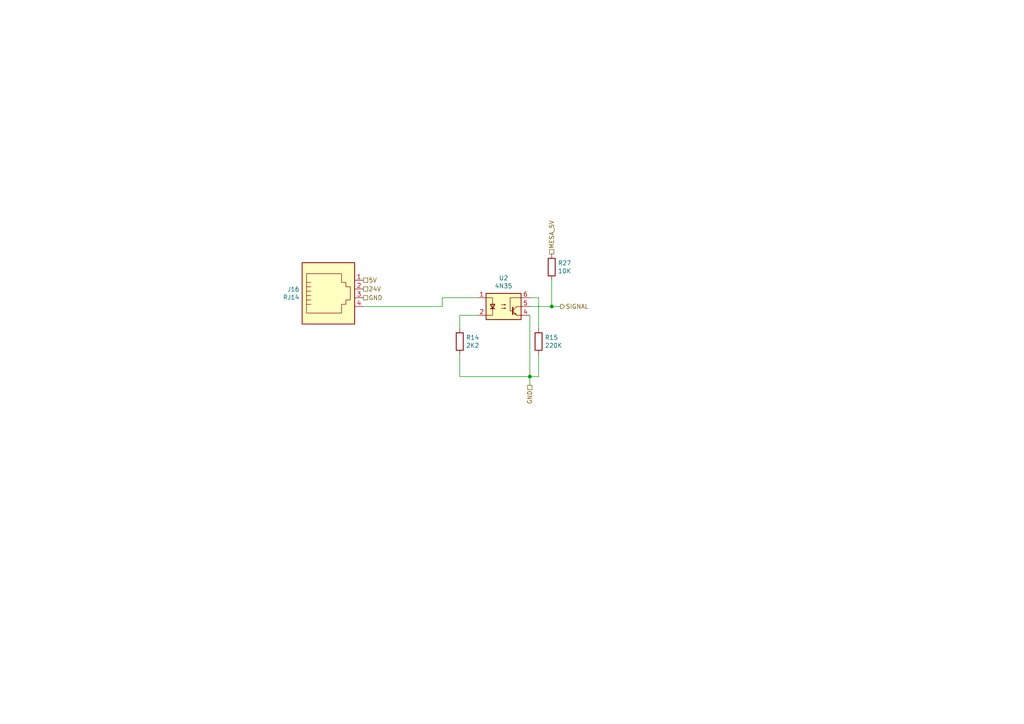
<source format=kicad_sch>
(kicad_sch (version 20211123) (generator eeschema)
  (paper "A4")
  (lib_symbols
    (symbol "UnifiedBreakout-rescue:4N35-Isolator" (pin_names (offset 1.016))
      (property "Reference" "U" (at -5.08 5.08 0))
      (property "Value" "4N35-Isolator" (at 0 5.08 0))
      (symbol "4N35-Isolator_0_1"
        (rectangle (start -5.08 3.81) (end 5.08 -3.81) (stroke (width 0.254)) (fill (type background)))
        (polyline (pts (xy -3.81 -0.635) (xy -2.54 -0.635)) (stroke (width 0.254)))
        (polyline (pts (xy 2.667 -1.397) (xy 3.81 -2.54)))
        (polyline (pts (xy 2.667 -1.143) (xy 3.81 0)))
        (polyline (pts (xy 3.81 -2.54) (xy 5.08 -2.54)))
        (polyline (pts (xy 3.81 0) (xy 5.08 0)))
        (polyline (pts (xy 2.667 -0.254) (xy 2.667 -2.286) (xy 2.667 -2.286)) (stroke (width 0.3556)))
        (polyline (pts (xy -5.08 -2.54) (xy -3.175 -2.54) (xy -3.175 2.54) (xy -5.08 2.54)))
        (polyline (pts (xy -3.175 -0.635) (xy -3.81 0.635) (xy -2.54 0.635) (xy -3.175 -0.635)) (stroke (width 0.254)))
        (polyline (pts (xy 3.683 -2.413) (xy 3.429 -1.905) (xy 3.175 -2.159) (xy 3.683 -2.413)))
        (polyline (pts (xy 5.08 2.54) (xy 1.905 2.54) (xy 1.905 -1.27) (xy 2.54 -1.27)))
        (polyline (pts (xy -0.635 -0.508) (xy 0.635 -0.508) (xy 0.254 -0.635) (xy 0.254 -0.381) (xy 0.635 -0.508)))
        (polyline (pts (xy -0.635 0.508) (xy 0.635 0.508) (xy 0.254 0.381) (xy 0.254 0.635) (xy 0.635 0.508)))
      )
      (symbol "4N35-Isolator_1_1"
        (pin passive line (at -7.62 2.54 0) (length 2.54) (name "~") (number "1"))
        (pin passive line (at -7.62 -2.54 0) (length 2.54) (name "~") (number "2"))
        (pin no_connect line (at -5.08 0 0) (length 2.54) hide (name "NC") (number "3"))
        (pin passive line (at 7.62 -2.54 180) (length 2.54) (name "~") (number "4"))
        (pin passive line (at 7.62 0 180) (length 2.54) (name "~") (number "5"))
        (pin passive line (at 7.62 2.54 180) (length 2.54) (name "~") (number "6"))
      )
    )
    (symbol "UnifiedBreakout-rescue:R-Device" (pin_numbers hide) (pin_names (offset 0))
      (property "Reference" "R" (at 2.032 0 90))
      (property "Value" "R-Device" (at 0 0 90))
      (symbol "R-Device_0_1"
        (rectangle (start -1.016 -2.54) (end 1.016 2.54) (stroke (width 0.254)))
      )
      (symbol "R-Device_1_1"
        (pin passive line (at 0 3.81 270) (length 1.27) (name "~") (number "1"))
        (pin passive line (at 0 -3.81 90) (length 1.27) (name "~") (number "2"))
      )
    )
    (symbol "UnifiedBreakout-rescue:RJ14-Connector" (pin_names (offset 1.016))
      (property "Reference" "J" (at -5.08 11.43 0))
      (property "Value" "RJ14-Connector" (at 2.54 11.43 0))
      (symbol "RJ14-Connector_0_1"
        (polyline (pts (xy -6.35 -1.905) (xy -5.08 -1.905) (xy -5.08 -1.905)))
        (polyline (pts (xy -6.35 -0.635) (xy -5.08 -0.635) (xy -5.08 -0.635)))
        (polyline (pts (xy -6.35 0.635) (xy -5.08 0.635) (xy -5.08 0.635)))
        (polyline (pts (xy -6.35 1.905) (xy -5.08 1.905) (xy -5.08 1.905)))
        (polyline (pts (xy -6.35 3.175) (xy -5.08 3.175) (xy -5.08 3.175)))
        (polyline (pts (xy -5.08 4.445) (xy -6.35 4.445) (xy -6.35 4.445)))
        (polyline (pts (xy -6.35 -4.445) (xy -6.35 6.985) (xy 3.81 6.985) (xy 3.81 4.445) (xy 5.08 4.445) (xy 5.08 3.175) (xy 6.35 3.175) (xy 6.35 -0.635) (xy 5.08 -0.635) (xy 5.08 -1.905) (xy 3.81 -1.905) (xy 3.81 -4.445) (xy -6.35 -4.445) (xy -6.35 -4.445)))
        (rectangle (start 7.62 10.16) (end -7.62 -7.62) (stroke (width 0.254)) (fill (type background)))
      )
      (symbol "RJ14-Connector_1_1"
        (pin passive line (at 10.16 -2.54 180) (length 2.54) (name "~") (number "1"))
        (pin passive line (at 10.16 0 180) (length 2.54) (name "~") (number "2"))
        (pin passive line (at 10.16 2.54 180) (length 2.54) (name "~") (number "3"))
        (pin passive line (at 10.16 5.08 180) (length 2.54) (name "~") (number "4"))
      )
    )
  )
  (junction (at 160.02 88.9) (diameter 0.9144))
  (junction (at 153.67 109.22) (diameter 0.9144))
  (wire (pts (xy 153.67 88.9) (xy 160.02 88.9)))
  (wire (pts (xy 133.35 91.44) (xy 133.35 95.25)))
  (wire (pts (xy 156.21 86.36) (xy 156.21 95.25)))
  (wire (pts (xy 160.02 88.9) (xy 162.56 88.9)))
  (wire (pts (xy 128.27 88.9) (xy 128.27 86.36)))
  (wire (pts (xy 138.43 91.44) (xy 133.35 91.44)))
  (wire (pts (xy 160.02 81.28) (xy 160.02 88.9)))
  (wire (pts (xy 156.21 102.87) (xy 156.21 109.22)))
  (wire (pts (xy 153.67 91.44) (xy 153.67 109.22)))
  (wire (pts (xy 133.35 109.22) (xy 133.35 102.87)))
  (wire (pts (xy 128.27 86.36) (xy 138.43 86.36)))
  (wire (pts (xy 153.67 109.22) (xy 133.35 109.22)))
  (wire (pts (xy 153.67 109.22) (xy 153.67 111.76)))
  (wire (pts (xy 156.21 109.22) (xy 153.67 109.22)))
  (wire (pts (xy 153.67 86.36) (xy 156.21 86.36)))
  (wire (pts (xy 105.41 88.9) (xy 128.27 88.9)))
  (hierarchical_label "SIGNAL" (shape output) (at 162.56 88.9 0))
  (hierarchical_label "GND" (shape passive) (at 153.67 111.76 270))
  (hierarchical_label "5V" (shape passive) (at 105.41 81.28 0))
  (hierarchical_label "24V" (shape passive) (at 105.41 83.82 0))
  (hierarchical_label "GND" (shape passive) (at 105.41 86.36 0))
  (hierarchical_label "MESA_5V" (shape passive) (at 160.02 73.66 90))
  (symbol (lib_id "UnifiedBreakout-rescue:R-Device") (at 160.02 77.47 0) (unit 1)
    (property "Reference" "R27" (at 161.798 76.3016 0) (effects (justify left)))
    (property "Value" "10K" (at 161.798 78.613 0) (effects (justify left)))
    (property "Footprint" "Resistor_THT:R_Axial_DIN0207_L6.3mm_D2.5mm_P7.62mm_Horizontal" (effects hide))
    (property "MPN" "CFR-25JB-52-10K " (effects hide))
    (property "Manufacturer" "Yageo" (effects hide))
  )
  (symbol (lib_id "UnifiedBreakout-rescue:4N35-Isolator") (at 146.05 88.9 0) (unit 1)
    (property "Reference" "U2" (at 146.05 80.645 0))
    (property "Value" "4N35" (at 146.05 82.9564 0))
    (property "Footprint" "Package_DIP:DIP-6_W7.62mm" (effects hide))
    (property "Datasheet" "https://www.vishay.com/docs/81181/4n35.pdf" (effects hide))
    (property "MPN" "4N35" (effects hide))
    (property "Manufacturer" "Vishay" (effects hide))
  )
  (symbol (lib_id "UnifiedBreakout-rescue:R-Device") (at 133.35 99.06 0) (unit 1)
    (property "Reference" "R14" (at 135.128 97.8916 0) (effects (justify left)))
    (property "Value" "2K2" (at 135.128 100.203 0) (effects (justify left)))
    (property "Footprint" "Resistor_THT:R_Axial_DIN0207_L6.3mm_D2.5mm_P7.62mm_Horizontal" (effects hide))
    (property "MPN" "CFR-25JB-52-2K2" (effects hide))
    (property "Manufacturer" "Yageo" (effects hide))
  )
  (symbol (lib_id "UnifiedBreakout-rescue:RJ14-Connector") (at 95.25 83.82 0) (mirror x) (unit 1)
    (property "Reference" "J16" (at 86.8934 83.9216 0) (effects (justify right)))
    (property "Value" "RJ14" (at 86.8934 86.233 0) (effects (justify right)))
    (property "Footprint" "Wurth:615004141121" (effects hide))
    (property "MPN" "615004141121" (effects hide))
    (property "Manufacturer" "Wurth" (effects hide))
  )
  (symbol (lib_id "UnifiedBreakout-rescue:R-Device") (at 156.21 99.06 0) (unit 1)
    (property "Reference" "R15" (at 157.988 97.8916 0) (effects (justify left)))
    (property "Value" "220K" (at 157.988 100.203 0) (effects (justify left)))
    (property "Footprint" "Resistor_THT:R_Axial_DIN0207_L6.3mm_D2.5mm_P7.62mm_Horizontal" (effects hide))
    (property "MPN" "CFR-25JB-52-220K" (effects hide))
    (property "Manufacturer" "Yageo" (effects hide))
  )
)
</source>
